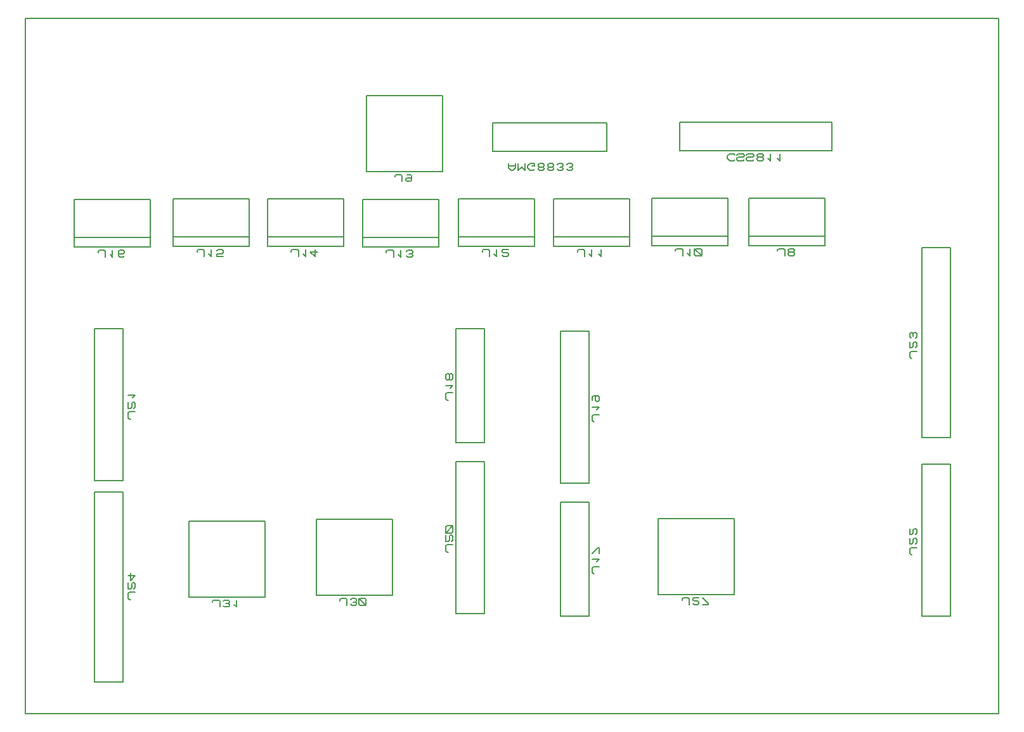
<source format=gbr>
G04 PROTEUS GERBER X2 FILE*
%TF.GenerationSoftware,Labcenter,Proteus,8.12-SP2-Build31155*%
%TF.CreationDate,2022-01-10T11:38:20+00:00*%
%TF.FileFunction,Legend,Bot*%
%TF.FilePolarity,Positive*%
%TF.Part,Single*%
%TF.SameCoordinates,{77801cfb-34c7-4bc7-9940-2a46c461fd0e}*%
%FSLAX45Y45*%
%MOMM*%
G01*
%TA.AperFunction,Profile*%
%ADD21C,0.203200*%
%TA.AperFunction,Material*%
%ADD23C,0.203200*%
%TD.AperFunction*%
D21*
X-5170000Y-3700000D02*
X+7830000Y-3700000D01*
X+7830000Y+5600000D01*
X-5170000Y+5600000D01*
X-5170000Y-3700000D01*
D23*
X+1979500Y-2398000D02*
X+2360500Y-2398000D01*
X+2360500Y-874000D01*
X+1979500Y-874000D01*
X+1979500Y-2398000D01*
X+2431620Y-1826500D02*
X+2416380Y-1826500D01*
X+2401140Y-1810625D01*
X+2401140Y-1747125D01*
X+2416380Y-1731250D01*
X+2492580Y-1731250D01*
X+2462100Y-1667750D02*
X+2492580Y-1636000D01*
X+2401140Y-1636000D01*
X+2492580Y-1556625D02*
X+2492580Y-1477250D01*
X+2477340Y-1477250D01*
X+2401140Y-1556625D01*
X+1979500Y-620000D02*
X+2360500Y-620000D01*
X+2360500Y+1412000D01*
X+1979500Y+1412000D01*
X+1979500Y-620000D01*
X+2431620Y+205500D02*
X+2416380Y+205500D01*
X+2401140Y+221375D01*
X+2401140Y+284875D01*
X+2416380Y+300750D01*
X+2492580Y+300750D01*
X+2462100Y+364250D02*
X+2492580Y+396000D01*
X+2401140Y+396000D01*
X+2462100Y+554750D02*
X+2446860Y+538875D01*
X+2446860Y+491250D01*
X+2462100Y+475375D01*
X+2477340Y+475375D01*
X+2492580Y+491250D01*
X+2492580Y+538875D01*
X+2477340Y+554750D01*
X+2416380Y+554750D01*
X+2401140Y+538875D01*
X+2401140Y+491250D01*
X+6805500Y-2398000D02*
X+7186500Y-2398000D01*
X+7186500Y-366000D01*
X+6805500Y-366000D01*
X+6805500Y-2398000D01*
X+6673420Y-1572500D02*
X+6658180Y-1572500D01*
X+6642940Y-1556625D01*
X+6642940Y-1493125D01*
X+6658180Y-1477250D01*
X+6734380Y-1477250D01*
X+6719140Y-1429625D02*
X+6734380Y-1413750D01*
X+6734380Y-1366125D01*
X+6719140Y-1350250D01*
X+6703900Y-1350250D01*
X+6688660Y-1366125D01*
X+6688660Y-1413750D01*
X+6673420Y-1429625D01*
X+6642940Y-1429625D01*
X+6642940Y-1350250D01*
X+6719140Y-1302625D02*
X+6734380Y-1286750D01*
X+6734380Y-1239125D01*
X+6719140Y-1223250D01*
X+6703900Y-1223250D01*
X+6688660Y-1239125D01*
X+6688660Y-1286750D01*
X+6673420Y-1302625D01*
X+6642940Y-1302625D01*
X+6642940Y-1223250D01*
X+6805500Y-3600D02*
X+7186500Y-3600D01*
X+7186500Y+2536400D01*
X+6805500Y+2536400D01*
X+6805500Y-3600D01*
X+6673420Y+1050500D02*
X+6658180Y+1050500D01*
X+6642940Y+1066375D01*
X+6642940Y+1129875D01*
X+6658180Y+1145750D01*
X+6734380Y+1145750D01*
X+6719140Y+1193375D02*
X+6734380Y+1209250D01*
X+6734380Y+1256875D01*
X+6719140Y+1272750D01*
X+6703900Y+1272750D01*
X+6688660Y+1256875D01*
X+6688660Y+1209250D01*
X+6673420Y+1193375D01*
X+6642940Y+1193375D01*
X+6642940Y+1272750D01*
X+6719140Y+1320375D02*
X+6734380Y+1336250D01*
X+6734380Y+1383875D01*
X+6719140Y+1399750D01*
X+6703900Y+1399750D01*
X+6688660Y+1383875D01*
X+6673420Y+1399750D01*
X+6658180Y+1399750D01*
X+6642940Y+1383875D01*
X+6642940Y+1336250D01*
X+6658180Y+1320375D01*
X+6688660Y+1352125D02*
X+6688660Y+1383875D01*
X+579500Y-76000D02*
X+960500Y-76000D01*
X+960500Y+1448000D01*
X+579500Y+1448000D01*
X+579500Y-76000D01*
X+477900Y+495500D02*
X+462660Y+495500D01*
X+447420Y+511375D01*
X+447420Y+574875D01*
X+462660Y+590750D01*
X+538860Y+590750D01*
X+508380Y+654250D02*
X+538860Y+686000D01*
X+447420Y+686000D01*
X+493140Y+781250D02*
X+508380Y+765375D01*
X+523620Y+765375D01*
X+538860Y+781250D01*
X+538860Y+828875D01*
X+523620Y+844750D01*
X+508380Y+844750D01*
X+493140Y+828875D01*
X+493140Y+781250D01*
X+477900Y+765375D01*
X+462660Y+765375D01*
X+447420Y+781250D01*
X+447420Y+828875D01*
X+462660Y+844750D01*
X+477900Y+844750D01*
X+493140Y+828875D01*
X+579500Y-2362000D02*
X+960500Y-2362000D01*
X+960500Y-330000D01*
X+579500Y-330000D01*
X+579500Y-2362000D01*
X+477900Y-1536500D02*
X+462660Y-1536500D01*
X+447420Y-1520625D01*
X+447420Y-1457125D01*
X+462660Y-1441250D01*
X+538860Y-1441250D01*
X+523620Y-1393625D02*
X+538860Y-1377750D01*
X+538860Y-1330125D01*
X+523620Y-1314250D01*
X+508380Y-1314250D01*
X+493140Y-1330125D01*
X+493140Y-1377750D01*
X+477900Y-1393625D01*
X+447420Y-1393625D01*
X+447420Y-1314250D01*
X+462660Y-1282500D02*
X+523620Y-1282500D01*
X+538860Y-1266625D01*
X+538860Y-1203125D01*
X+523620Y-1187250D01*
X+462660Y-1187250D01*
X+447420Y-1203125D01*
X+447420Y-1266625D01*
X+462660Y-1282500D01*
X+447420Y-1282500D02*
X+538860Y-1187250D01*
X-4246500Y-584000D02*
X-3865500Y-584000D01*
X-3865500Y+1448000D01*
X-4246500Y+1448000D01*
X-4246500Y-584000D01*
X-3763900Y+241500D02*
X-3779140Y+241500D01*
X-3794380Y+257375D01*
X-3794380Y+320875D01*
X-3779140Y+336750D01*
X-3702940Y+336750D01*
X-3718180Y+384375D02*
X-3702940Y+400250D01*
X-3702940Y+447875D01*
X-3718180Y+463750D01*
X-3733420Y+463750D01*
X-3748660Y+447875D01*
X-3748660Y+400250D01*
X-3763900Y+384375D01*
X-3794380Y+384375D01*
X-3794380Y+463750D01*
X-3733420Y+527250D02*
X-3702940Y+559000D01*
X-3794380Y+559000D01*
X-4246500Y-3276400D02*
X-3865500Y-3276400D01*
X-3865500Y-736400D01*
X-4246500Y-736400D01*
X-4246500Y-3276400D01*
X-3763900Y-2171500D02*
X-3779140Y-2171500D01*
X-3794380Y-2155625D01*
X-3794380Y-2092125D01*
X-3779140Y-2076250D01*
X-3702940Y-2076250D01*
X-3718180Y-2028625D02*
X-3702940Y-2012750D01*
X-3702940Y-1965125D01*
X-3718180Y-1949250D01*
X-3733420Y-1949250D01*
X-3748660Y-1965125D01*
X-3748660Y-2012750D01*
X-3763900Y-2028625D01*
X-3794380Y-2028625D01*
X-3794380Y-1949250D01*
X-3763900Y-1822250D02*
X-3763900Y-1917500D01*
X-3702940Y-1854000D01*
X-3794380Y-1854000D01*
X+1077000Y+3819500D02*
X+2601000Y+3819500D01*
X+2601000Y+4200500D01*
X+1077000Y+4200500D01*
X+1077000Y+3819500D01*
X+1284500Y+3658860D02*
X+1284500Y+3597900D01*
X+1316250Y+3567420D01*
X+1348000Y+3567420D01*
X+1379750Y+3597900D01*
X+1379750Y+3658860D01*
X+1284500Y+3628380D02*
X+1379750Y+3628380D01*
X+1411500Y+3658860D02*
X+1411500Y+3567420D01*
X+1459125Y+3613140D01*
X+1506750Y+3567420D01*
X+1506750Y+3658860D01*
X+1602000Y+3628380D02*
X+1633750Y+3628380D01*
X+1633750Y+3658860D01*
X+1570250Y+3658860D01*
X+1538500Y+3628380D01*
X+1538500Y+3597900D01*
X+1570250Y+3567420D01*
X+1617875Y+3567420D01*
X+1633750Y+3582660D01*
X+1697250Y+3613140D02*
X+1681375Y+3597900D01*
X+1681375Y+3582660D01*
X+1697250Y+3567420D01*
X+1744875Y+3567420D01*
X+1760750Y+3582660D01*
X+1760750Y+3597900D01*
X+1744875Y+3613140D01*
X+1697250Y+3613140D01*
X+1681375Y+3628380D01*
X+1681375Y+3643620D01*
X+1697250Y+3658860D01*
X+1744875Y+3658860D01*
X+1760750Y+3643620D01*
X+1760750Y+3628380D01*
X+1744875Y+3613140D01*
X+1824250Y+3613140D02*
X+1808375Y+3597900D01*
X+1808375Y+3582660D01*
X+1824250Y+3567420D01*
X+1871875Y+3567420D01*
X+1887750Y+3582660D01*
X+1887750Y+3597900D01*
X+1871875Y+3613140D01*
X+1824250Y+3613140D01*
X+1808375Y+3628380D01*
X+1808375Y+3643620D01*
X+1824250Y+3658860D01*
X+1871875Y+3658860D01*
X+1887750Y+3643620D01*
X+1887750Y+3628380D01*
X+1871875Y+3613140D01*
X+1935375Y+3582660D02*
X+1951250Y+3567420D01*
X+1998875Y+3567420D01*
X+2014750Y+3582660D01*
X+2014750Y+3597900D01*
X+1998875Y+3613140D01*
X+2014750Y+3628380D01*
X+2014750Y+3643620D01*
X+1998875Y+3658860D01*
X+1951250Y+3658860D01*
X+1935375Y+3643620D01*
X+1967125Y+3613140D02*
X+1998875Y+3613140D01*
X+2062375Y+3582660D02*
X+2078250Y+3567420D01*
X+2125875Y+3567420D01*
X+2141750Y+3582660D01*
X+2141750Y+3597900D01*
X+2125875Y+3613140D01*
X+2141750Y+3628380D01*
X+2141750Y+3643620D01*
X+2125875Y+3658860D01*
X+2078250Y+3658860D01*
X+2062375Y+3643620D01*
X+2094125Y+3613140D02*
X+2125875Y+3613140D01*
X+3573000Y+3829500D02*
X+5605000Y+3829500D01*
X+5605000Y+4210500D01*
X+3573000Y+4210500D01*
X+3573000Y+3829500D01*
X+4303250Y+3773620D02*
X+4287375Y+3788860D01*
X+4239750Y+3788860D01*
X+4208000Y+3758380D01*
X+4208000Y+3727900D01*
X+4239750Y+3697420D01*
X+4287375Y+3697420D01*
X+4303250Y+3712660D01*
X+4335000Y+3773620D02*
X+4350875Y+3788860D01*
X+4414375Y+3788860D01*
X+4430250Y+3773620D01*
X+4430250Y+3758380D01*
X+4414375Y+3743140D01*
X+4350875Y+3743140D01*
X+4335000Y+3727900D01*
X+4335000Y+3712660D01*
X+4350875Y+3697420D01*
X+4414375Y+3697420D01*
X+4430250Y+3712660D01*
X+4462000Y+3773620D02*
X+4477875Y+3788860D01*
X+4541375Y+3788860D01*
X+4557250Y+3773620D01*
X+4557250Y+3758380D01*
X+4541375Y+3743140D01*
X+4477875Y+3743140D01*
X+4462000Y+3727900D01*
X+4462000Y+3712660D01*
X+4477875Y+3697420D01*
X+4541375Y+3697420D01*
X+4557250Y+3712660D01*
X+4620750Y+3743140D02*
X+4604875Y+3727900D01*
X+4604875Y+3712660D01*
X+4620750Y+3697420D01*
X+4668375Y+3697420D01*
X+4684250Y+3712660D01*
X+4684250Y+3727900D01*
X+4668375Y+3743140D01*
X+4620750Y+3743140D01*
X+4604875Y+3758380D01*
X+4604875Y+3773620D01*
X+4620750Y+3788860D01*
X+4668375Y+3788860D01*
X+4684250Y+3773620D01*
X+4684250Y+3758380D01*
X+4668375Y+3743140D01*
X+4747750Y+3727900D02*
X+4779500Y+3697420D01*
X+4779500Y+3788860D01*
X+4874750Y+3727900D02*
X+4906500Y+3697420D01*
X+4906500Y+3788860D01*
X+4496000Y+2559000D02*
X+5512000Y+2559000D01*
X+5512000Y+3194000D01*
X+4496000Y+3194000D01*
X+4496000Y+2559000D01*
X+4496000Y+2686000D02*
X+5512000Y+2686000D01*
X+4877000Y+2487880D02*
X+4877000Y+2503120D01*
X+4892875Y+2518360D01*
X+4956375Y+2518360D01*
X+4972250Y+2503120D01*
X+4972250Y+2426920D01*
X+5035750Y+2472640D02*
X+5019875Y+2457400D01*
X+5019875Y+2442160D01*
X+5035750Y+2426920D01*
X+5083375Y+2426920D01*
X+5099250Y+2442160D01*
X+5099250Y+2457400D01*
X+5083375Y+2472640D01*
X+5035750Y+2472640D01*
X+5019875Y+2487880D01*
X+5019875Y+2503120D01*
X+5035750Y+2518360D01*
X+5083375Y+2518360D01*
X+5099250Y+2503120D01*
X+5099250Y+2487880D01*
X+5083375Y+2472640D01*
X+3196000Y+2559000D02*
X+4212000Y+2559000D01*
X+4212000Y+3194000D01*
X+3196000Y+3194000D01*
X+3196000Y+2559000D01*
X+3196000Y+2686000D02*
X+4212000Y+2686000D01*
X+3513500Y+2487880D02*
X+3513500Y+2503120D01*
X+3529375Y+2518360D01*
X+3592875Y+2518360D01*
X+3608750Y+2503120D01*
X+3608750Y+2426920D01*
X+3672250Y+2457400D02*
X+3704000Y+2426920D01*
X+3704000Y+2518360D01*
X+3767500Y+2503120D02*
X+3767500Y+2442160D01*
X+3783375Y+2426920D01*
X+3846875Y+2426920D01*
X+3862750Y+2442160D01*
X+3862750Y+2503120D01*
X+3846875Y+2518360D01*
X+3783375Y+2518360D01*
X+3767500Y+2503120D01*
X+3767500Y+2518360D02*
X+3862750Y+2426920D01*
X+1886000Y+2549000D02*
X+2902000Y+2549000D01*
X+2902000Y+3184000D01*
X+1886000Y+3184000D01*
X+1886000Y+2549000D01*
X+1886000Y+2676000D02*
X+2902000Y+2676000D01*
X+2203500Y+2477880D02*
X+2203500Y+2493120D01*
X+2219375Y+2508360D01*
X+2282875Y+2508360D01*
X+2298750Y+2493120D01*
X+2298750Y+2416920D01*
X+2362250Y+2447400D02*
X+2394000Y+2416920D01*
X+2394000Y+2508360D01*
X+2489250Y+2447400D02*
X+2521000Y+2416920D01*
X+2521000Y+2508360D01*
X+616000Y+2549000D02*
X+1632000Y+2549000D01*
X+1632000Y+3184000D01*
X+616000Y+3184000D01*
X+616000Y+2549000D01*
X+616000Y+2676000D02*
X+1632000Y+2676000D01*
X+933500Y+2477880D02*
X+933500Y+2493120D01*
X+949375Y+2508360D01*
X+1012875Y+2508360D01*
X+1028750Y+2493120D01*
X+1028750Y+2416920D01*
X+1092250Y+2447400D02*
X+1124000Y+2416920D01*
X+1124000Y+2508360D01*
X+1203375Y+2432160D02*
X+1219250Y+2416920D01*
X+1266875Y+2416920D01*
X+1282750Y+2432160D01*
X+1282750Y+2447400D01*
X+1266875Y+2462640D01*
X+1219250Y+2462640D01*
X+1203375Y+2477880D01*
X+1203375Y+2508360D01*
X+1282750Y+2508360D01*
X-664000Y+2539000D02*
X+352000Y+2539000D01*
X+352000Y+3174000D01*
X-664000Y+3174000D01*
X-664000Y+2539000D01*
X-664000Y+2666000D02*
X+352000Y+2666000D01*
X-346500Y+2467880D02*
X-346500Y+2483120D01*
X-330625Y+2498360D01*
X-267125Y+2498360D01*
X-251250Y+2483120D01*
X-251250Y+2406920D01*
X-187750Y+2437400D02*
X-156000Y+2406920D01*
X-156000Y+2498360D01*
X-76625Y+2422160D02*
X-60750Y+2406920D01*
X-13125Y+2406920D01*
X+2750Y+2422160D01*
X+2750Y+2437400D01*
X-13125Y+2452640D01*
X+2750Y+2467880D01*
X+2750Y+2483120D01*
X-13125Y+2498360D01*
X-60750Y+2498360D01*
X-76625Y+2483120D01*
X-44875Y+2452640D02*
X-13125Y+2452640D01*
X-1934000Y+2549000D02*
X-918000Y+2549000D01*
X-918000Y+3184000D01*
X-1934000Y+3184000D01*
X-1934000Y+2549000D01*
X-1934000Y+2676000D02*
X-918000Y+2676000D01*
X-1616500Y+2477880D02*
X-1616500Y+2493120D01*
X-1600625Y+2508360D01*
X-1537125Y+2508360D01*
X-1521250Y+2493120D01*
X-1521250Y+2416920D01*
X-1457750Y+2447400D02*
X-1426000Y+2416920D01*
X-1426000Y+2508360D01*
X-1267250Y+2477880D02*
X-1362500Y+2477880D01*
X-1299000Y+2416920D01*
X-1299000Y+2508360D01*
X-3194000Y+2549000D02*
X-2178000Y+2549000D01*
X-2178000Y+3184000D01*
X-3194000Y+3184000D01*
X-3194000Y+2549000D01*
X-3194000Y+2676000D02*
X-2178000Y+2676000D01*
X-2876500Y+2477880D02*
X-2876500Y+2493120D01*
X-2860625Y+2508360D01*
X-2797125Y+2508360D01*
X-2781250Y+2493120D01*
X-2781250Y+2416920D01*
X-2717750Y+2447400D02*
X-2686000Y+2416920D01*
X-2686000Y+2508360D01*
X-2527250Y+2416920D02*
X-2606625Y+2416920D01*
X-2606625Y+2447400D01*
X-2543125Y+2447400D01*
X-2527250Y+2462640D01*
X-2527250Y+2493120D01*
X-2543125Y+2508360D01*
X-2590750Y+2508360D01*
X-2606625Y+2493120D01*
X-4512000Y+2539000D02*
X-3496000Y+2539000D01*
X-3496000Y+3174000D01*
X-4512000Y+3174000D01*
X-4512000Y+2539000D01*
X-4512000Y+2666000D02*
X-3496000Y+2666000D01*
X-4194500Y+2467880D02*
X-4194500Y+2483120D01*
X-4178625Y+2498360D01*
X-4115125Y+2498360D01*
X-4099250Y+2483120D01*
X-4099250Y+2406920D01*
X-4035750Y+2437400D02*
X-4004000Y+2406920D01*
X-4004000Y+2498360D01*
X-3845250Y+2422160D02*
X-3861125Y+2406920D01*
X-3908750Y+2406920D01*
X-3924625Y+2422160D01*
X-3924625Y+2483120D01*
X-3908750Y+2498360D01*
X-3861125Y+2498360D01*
X-3845250Y+2483120D01*
X-3845250Y+2467880D01*
X-3861125Y+2452640D01*
X-3924625Y+2452640D01*
X-1284000Y-2118000D02*
X-1284000Y-1102000D01*
X-268000Y-2118000D02*
X-268000Y-1102000D01*
X-1284000Y-1102000D02*
X-268000Y-1102000D01*
X-1284000Y-2118000D02*
X-268000Y-2118000D01*
X-966500Y-2189120D02*
X-966500Y-2173880D01*
X-950625Y-2158640D01*
X-887125Y-2158640D01*
X-871250Y-2173880D01*
X-871250Y-2250080D01*
X-823625Y-2234840D02*
X-807750Y-2250080D01*
X-760125Y-2250080D01*
X-744250Y-2234840D01*
X-744250Y-2219600D01*
X-760125Y-2204360D01*
X-744250Y-2189120D01*
X-744250Y-2173880D01*
X-760125Y-2158640D01*
X-807750Y-2158640D01*
X-823625Y-2173880D01*
X-791875Y-2204360D02*
X-760125Y-2204360D01*
X-712500Y-2173880D02*
X-712500Y-2234840D01*
X-696625Y-2250080D01*
X-633125Y-2250080D01*
X-617250Y-2234840D01*
X-617250Y-2173880D01*
X-633125Y-2158640D01*
X-696625Y-2158640D01*
X-712500Y-2173880D01*
X-712500Y-2158640D02*
X-617250Y-2250080D01*
X-614000Y+3552000D02*
X-614000Y+4568000D01*
X+402000Y+3552000D02*
X+402000Y+4568000D01*
X-614000Y+4568000D02*
X+402000Y+4568000D01*
X-614000Y+3552000D02*
X+402000Y+3552000D01*
X-233000Y+3480880D02*
X-233000Y+3496120D01*
X-217125Y+3511360D01*
X-153625Y+3511360D01*
X-137750Y+3496120D01*
X-137750Y+3419920D01*
X-10750Y+3450400D02*
X-26625Y+3465640D01*
X-74250Y+3465640D01*
X-90125Y+3450400D01*
X-90125Y+3435160D01*
X-74250Y+3419920D01*
X-26625Y+3419920D01*
X-10750Y+3435160D01*
X-10750Y+3496120D01*
X-26625Y+3511360D01*
X-74250Y+3511360D01*
X-2984000Y-2138000D02*
X-2984000Y-1122000D01*
X-1968000Y-2138000D02*
X-1968000Y-1122000D01*
X-2984000Y-1122000D02*
X-1968000Y-1122000D01*
X-2984000Y-2138000D02*
X-1968000Y-2138000D01*
X-2666500Y-2209120D02*
X-2666500Y-2193880D01*
X-2650625Y-2178640D01*
X-2587125Y-2178640D01*
X-2571250Y-2193880D01*
X-2571250Y-2270080D01*
X-2523625Y-2254840D02*
X-2507750Y-2270080D01*
X-2460125Y-2270080D01*
X-2444250Y-2254840D01*
X-2444250Y-2239600D01*
X-2460125Y-2224360D01*
X-2444250Y-2209120D01*
X-2444250Y-2193880D01*
X-2460125Y-2178640D01*
X-2507750Y-2178640D01*
X-2523625Y-2193880D01*
X-2491875Y-2224360D02*
X-2460125Y-2224360D01*
X-2380750Y-2239600D02*
X-2349000Y-2270080D01*
X-2349000Y-2178640D01*
X+3286000Y-2108000D02*
X+3286000Y-1092000D01*
X+4302000Y-2108000D02*
X+4302000Y-1092000D01*
X+3286000Y-1092000D02*
X+4302000Y-1092000D01*
X+3286000Y-2108000D02*
X+4302000Y-2108000D01*
X+3603500Y-2179120D02*
X+3603500Y-2163880D01*
X+3619375Y-2148640D01*
X+3682875Y-2148640D01*
X+3698750Y-2163880D01*
X+3698750Y-2240080D01*
X+3746375Y-2224840D02*
X+3762250Y-2240080D01*
X+3809875Y-2240080D01*
X+3825750Y-2224840D01*
X+3825750Y-2209600D01*
X+3809875Y-2194360D01*
X+3762250Y-2194360D01*
X+3746375Y-2179120D01*
X+3746375Y-2148640D01*
X+3825750Y-2148640D01*
X+3873375Y-2240080D02*
X+3952750Y-2240080D01*
X+3952750Y-2224840D01*
X+3873375Y-2148640D01*
M02*

</source>
